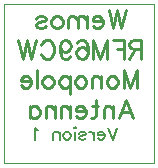
<source format=gbr>
G04 DipTrace 3.0.0.2*
G04 BottomSilk.gbr*
%MOIN*%
G04 #@! TF.FileFunction,Legend,Bot*
G04 #@! TF.Part,Single*
%ADD15C,0.003937*%
%ADD33C,0.009264*%
%ADD34C,0.006176*%
%FSLAX26Y26*%
G04*
G70*
G90*
G75*
G01*
G04 BotSilk*
%LPD*%
X681365Y957945D2*
D15*
X1178609D1*
Y427236D1*
X681365D1*
Y957945D1*
X1078881Y678413D2*
D33*
Y738701D1*
X1101829Y678413D1*
X1124777Y738701D1*
Y678413D1*
X1046028Y718605D2*
X1051732Y715753D1*
X1057502Y709983D1*
X1060354Y701361D1*
Y695657D1*
X1057502Y687035D1*
X1051732Y681331D1*
X1046028Y678413D1*
X1037406D1*
X1031636Y681331D1*
X1025932Y687035D1*
X1023014Y695657D1*
Y701361D1*
X1025932Y709983D1*
X1031636Y715753D1*
X1037406Y718605D1*
X1046028D1*
X1004487D2*
Y678413D1*
Y707131D2*
X995864Y715753D1*
X990094Y718605D1*
X981539D1*
X975768Y715753D1*
X972917Y707131D1*
Y678413D1*
X940064Y718605D2*
X945767Y715753D1*
X951538Y709983D1*
X954389Y701361D1*
Y695657D1*
X951538Y687035D1*
X945767Y681331D1*
X940064Y678413D1*
X931442D1*
X925671Y681331D1*
X919968Y687035D1*
X917049Y695657D1*
Y701361D1*
X919968Y709983D1*
X925671Y715753D1*
X931442Y718605D1*
X940064D1*
X898522D2*
Y658317D1*
Y709983D2*
X892752Y715687D1*
X887048Y718605D1*
X878426D1*
X872656Y715687D1*
X866952Y709983D1*
X864034Y701361D1*
Y695591D1*
X866952Y687035D1*
X872656Y681265D1*
X878426Y678413D1*
X887048D1*
X892752Y681265D1*
X898522Y687035D1*
X831181Y718605D2*
X836885Y715753D1*
X842655Y709983D1*
X845507Y701361D1*
Y695657D1*
X842655Y687035D1*
X836885Y681331D1*
X831181Y678413D1*
X822559D1*
X816789Y681331D1*
X811085Y687035D1*
X808167Y695657D1*
Y701361D1*
X811085Y709983D1*
X816789Y715753D1*
X822559Y718605D1*
X831181D1*
X789640Y738701D2*
Y678413D1*
X771113Y701361D2*
X736691D1*
Y707131D1*
X739543Y712901D1*
X742395Y715753D1*
X748165Y718605D1*
X756787D1*
X762491Y715753D1*
X768261Y709983D1*
X771113Y701361D1*
Y695657D1*
X768261Y687035D1*
X762491Y681331D1*
X756787Y678413D1*
X748165D1*
X742395Y681331D1*
X736691Y687035D1*
X1058195Y545811D2*
D34*
X1042896Y505619D1*
X1027597Y545811D1*
X1015246Y520918D2*
X992298D1*
Y524764D1*
X994199Y528611D1*
X996101Y530512D1*
X999947Y532414D1*
X1005696D1*
X1009498Y530512D1*
X1013345Y526666D1*
X1015246Y520918D1*
Y517115D1*
X1013345Y511367D1*
X1009498Y507564D1*
X1005696Y505619D1*
X999947D1*
X996101Y507564D1*
X992298Y511367D1*
X979947Y532414D2*
Y505619D1*
Y520918D2*
X978001Y526666D1*
X974199Y530512D1*
X970352Y532414D1*
X964604D1*
X931206Y526666D2*
X933107Y530512D1*
X938855Y532414D1*
X944603D1*
X950351Y530512D1*
X952253Y526666D1*
X950351Y522863D1*
X946505Y520918D1*
X936954Y519016D1*
X933107Y517115D1*
X931206Y513268D1*
Y511367D1*
X933107Y507564D1*
X938855Y505619D1*
X944603D1*
X950351Y507564D1*
X952253Y511367D1*
X918855Y545811D2*
X916953Y543910D1*
X915008Y545811D1*
X916953Y547756D1*
X918855Y545811D1*
X916953Y532414D2*
Y505619D1*
X893106Y532414D2*
X896908Y530512D1*
X900755Y526666D1*
X902656Y520918D1*
Y517115D1*
X900755Y511367D1*
X896908Y507564D1*
X893106Y505619D1*
X887358D1*
X883511Y507564D1*
X879708Y511367D1*
X877763Y517115D1*
Y520918D1*
X879708Y526666D1*
X883511Y530512D1*
X887358Y532414D1*
X893106D1*
X865412D2*
Y505619D1*
Y524764D2*
X859664Y530512D1*
X855817Y532414D1*
X850113D1*
X846266Y530512D1*
X844365Y524764D1*
Y505619D1*
X793133Y538117D2*
X789286Y540063D1*
X783538Y545767D1*
Y505619D1*
X1063289Y577392D2*
D33*
X1086304Y637680D1*
X1109251Y577392D1*
X1100629Y597488D2*
X1071911D1*
X1044762Y617584D2*
Y577392D1*
Y606110D2*
X1036140Y614732D1*
X1030370Y617584D1*
X1021814D1*
X1016044Y614732D1*
X1013192Y606110D1*
Y577392D1*
X986043Y637680D2*
Y588866D1*
X983191Y580310D1*
X977421Y577392D1*
X971717D1*
X994665Y617584D2*
X974569D1*
X953190Y600340D2*
X918768D1*
Y606110D1*
X921620Y611880D1*
X924472Y614732D1*
X930242Y617584D1*
X938864D1*
X944568Y614732D1*
X950338Y608962D1*
X953190Y600340D1*
Y594636D1*
X950338Y586014D1*
X944568Y580310D1*
X938864Y577392D1*
X930242D1*
X924472Y580310D1*
X918768Y586014D1*
X900241Y617584D2*
Y577392D1*
Y606110D2*
X891619Y614732D1*
X885849Y617584D1*
X877293D1*
X871523Y614732D1*
X868671Y606110D1*
Y577392D1*
X850144Y617584D2*
Y577392D1*
Y606110D2*
X841522Y614732D1*
X835752Y617584D1*
X827196D1*
X821426Y614732D1*
X818574Y606110D1*
Y577392D1*
X765625Y617584D2*
Y577392D1*
Y608962D2*
X771329Y614732D1*
X777099Y617584D1*
X785655D1*
X791425Y614732D1*
X797129Y608962D1*
X800047Y600340D1*
Y594636D1*
X797129Y586014D1*
X791425Y580310D1*
X785655Y577392D1*
X777099D1*
X771329Y580310D1*
X765625Y586014D1*
X1085955Y937913D2*
X1071562Y877625D1*
X1057237Y937913D1*
X1042911Y877625D1*
X1028518Y937913D1*
X1009991Y900573D2*
X975570D1*
Y906343D1*
X978421Y912114D1*
X981273Y914965D1*
X987043Y917817D1*
X995666D1*
X1001369Y914965D1*
X1007139Y909195D1*
X1009991Y900573D1*
Y894869D1*
X1007139Y886247D1*
X1001369Y880544D1*
X995666Y877625D1*
X987043D1*
X981273Y880544D1*
X975570Y886247D1*
X957042Y917817D2*
Y877625D1*
Y906343D2*
X948420Y914965D1*
X942650Y917817D1*
X934095D1*
X928324Y914965D1*
X925472Y906343D1*
Y877625D1*
Y906343D2*
X916850Y914965D1*
X911080Y917817D1*
X902525D1*
X896754Y914965D1*
X893836Y906343D1*
Y877625D1*
X860983Y917817D2*
X866687Y914965D1*
X872457Y909195D1*
X875309Y900573D1*
Y894869D1*
X872457Y886247D1*
X866687Y880544D1*
X860983Y877625D1*
X852361D1*
X846591Y880544D1*
X840887Y886247D1*
X837969Y894869D1*
Y900573D1*
X840887Y909195D1*
X846591Y914965D1*
X852361Y917817D1*
X860983D1*
X787872Y909195D2*
X790724Y914965D1*
X799346Y917817D1*
X807968D1*
X816590Y914965D1*
X819442Y909195D1*
X816590Y903491D1*
X810820Y900573D1*
X796494Y897721D1*
X790724Y894869D1*
X787872Y889099D1*
Y886247D1*
X790724Y880544D1*
X799346Y877625D1*
X807968D1*
X816590Y880544D1*
X819442Y886247D1*
X1138107Y808408D2*
X1112308D1*
X1103686Y811326D1*
X1100767Y814178D1*
X1097915Y819882D1*
Y825652D1*
X1100767Y831356D1*
X1103686Y834274D1*
X1112308Y837126D1*
X1138107D1*
Y776838D1*
X1118011Y808408D2*
X1097915Y776838D1*
X1042048Y837126D2*
X1079388D1*
Y776838D1*
Y808408D2*
X1056440D1*
X977625Y776838D2*
Y837126D1*
X1000573Y776838D1*
X1023521Y837126D1*
Y776838D1*
X924676Y828504D2*
X927528Y834208D1*
X936150Y837060D1*
X941854D1*
X950476Y834208D1*
X956246Y825586D1*
X959098Y811260D1*
Y796934D1*
X956246Y785460D1*
X950476Y779690D1*
X941854Y776838D1*
X939002D1*
X930447Y779690D1*
X924676Y785460D1*
X921825Y794082D1*
Y796934D1*
X924676Y805556D1*
X930447Y811260D1*
X939002Y814112D1*
X941854D1*
X950476Y811260D1*
X956246Y805556D1*
X959098Y796934D1*
X865957Y817030D2*
X868876Y808408D1*
X874579Y802638D1*
X883201Y799786D1*
X886053D1*
X894675Y802638D1*
X900379Y808408D1*
X903297Y817030D1*
Y819882D1*
X900379Y828504D1*
X894675Y834208D1*
X886053Y837060D1*
X883201D1*
X874579Y834208D1*
X868876Y828504D1*
X865957Y817030D1*
Y802638D1*
X868876Y788312D1*
X874579Y779690D1*
X883201Y776838D1*
X888905D1*
X897527Y779690D1*
X900379Y785460D1*
X804386Y822800D2*
X807238Y828504D1*
X813008Y834274D1*
X818712Y837126D1*
X830186D1*
X835956Y834274D1*
X841660Y828504D1*
X844578Y822800D1*
X847430Y814178D1*
Y799786D1*
X844578Y791230D1*
X841660Y785460D1*
X835956Y779756D1*
X830186Y776838D1*
X818712D1*
X813008Y779756D1*
X807238Y785460D1*
X804386Y791230D1*
X785859Y837126D2*
X771467Y776838D1*
X757141Y837126D1*
X742815Y776838D1*
X728423Y837126D1*
M02*

</source>
